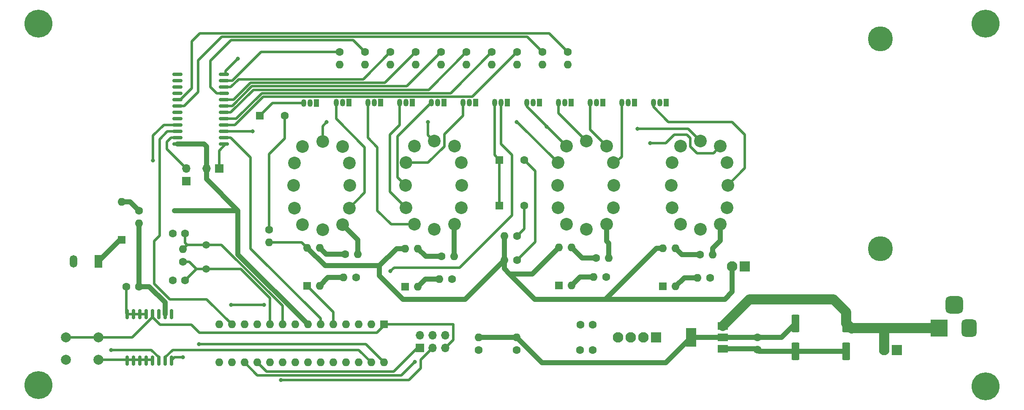
<source format=gbr>
%TF.GenerationSoftware,KiCad,Pcbnew,(6.0.10)*%
%TF.CreationDate,2023-02-17T13:49:40-08:00*%
%TF.ProjectId,nixie_clock,6e697869-655f-4636-9c6f-636b2e6b6963,1.5*%
%TF.SameCoordinates,Original*%
%TF.FileFunction,Copper,L1,Top*%
%TF.FilePolarity,Positive*%
%FSLAX46Y46*%
G04 Gerber Fmt 4.6, Leading zero omitted, Abs format (unit mm)*
G04 Created by KiCad (PCBNEW (6.0.10)) date 2023-02-17 13:49:40*
%MOMM*%
%LPD*%
G01*
G04 APERTURE LIST*
G04 Aperture macros list*
%AMRoundRect*
0 Rectangle with rounded corners*
0 $1 Rounding radius*
0 $2 $3 $4 $5 $6 $7 $8 $9 X,Y pos of 4 corners*
0 Add a 4 corners polygon primitive as box body*
4,1,4,$2,$3,$4,$5,$6,$7,$8,$9,$2,$3,0*
0 Add four circle primitives for the rounded corners*
1,1,$1+$1,$2,$3*
1,1,$1+$1,$4,$5*
1,1,$1+$1,$6,$7*
1,1,$1+$1,$8,$9*
0 Add four rect primitives between the rounded corners*
20,1,$1+$1,$2,$3,$4,$5,0*
20,1,$1+$1,$4,$5,$6,$7,0*
20,1,$1+$1,$6,$7,$8,$9,0*
20,1,$1+$1,$8,$9,$2,$3,0*%
G04 Aperture macros list end*
%TA.AperFunction,SMDPad,CuDef*%
%ADD10R,2.000000X1.500000*%
%TD*%
%TA.AperFunction,SMDPad,CuDef*%
%ADD11R,2.000000X3.800000*%
%TD*%
%TA.AperFunction,ComponentPad*%
%ADD12C,2.000000*%
%TD*%
%TA.AperFunction,ComponentPad*%
%ADD13R,1.050000X1.500000*%
%TD*%
%TA.AperFunction,ComponentPad*%
%ADD14O,1.050000X1.500000*%
%TD*%
%TA.AperFunction,ComponentPad*%
%ADD15C,2.540000*%
%TD*%
%TA.AperFunction,ComponentPad*%
%ADD16R,1.700000X1.700000*%
%TD*%
%TA.AperFunction,ComponentPad*%
%ADD17O,1.700000X1.700000*%
%TD*%
%TA.AperFunction,ComponentPad*%
%ADD18C,1.500000*%
%TD*%
%TA.AperFunction,SMDPad,CuDef*%
%ADD19RoundRect,0.150000X0.875000X0.150000X-0.875000X0.150000X-0.875000X-0.150000X0.875000X-0.150000X0*%
%TD*%
%TA.AperFunction,ComponentPad*%
%ADD20C,1.600000*%
%TD*%
%TA.AperFunction,ComponentPad*%
%ADD21O,1.600000X1.600000*%
%TD*%
%TA.AperFunction,ComponentPad*%
%ADD22R,1.500000X2.500000*%
%TD*%
%TA.AperFunction,ComponentPad*%
%ADD23O,1.500000X2.500000*%
%TD*%
%TA.AperFunction,ComponentPad*%
%ADD24R,2.100000X2.100000*%
%TD*%
%TA.AperFunction,ComponentPad*%
%ADD25C,2.100000*%
%TD*%
%TA.AperFunction,ComponentPad*%
%ADD26R,1.600000X1.600000*%
%TD*%
%TA.AperFunction,ComponentPad*%
%ADD27C,3.600000*%
%TD*%
%TA.AperFunction,ConnectorPad*%
%ADD28C,5.600000*%
%TD*%
%TA.AperFunction,SMDPad,CuDef*%
%ADD29RoundRect,0.250000X-0.550000X1.500000X-0.550000X-1.500000X0.550000X-1.500000X0.550000X1.500000X0*%
%TD*%
%TA.AperFunction,ComponentPad*%
%ADD30C,2.900000*%
%TD*%
%TA.AperFunction,ConnectorPad*%
%ADD31C,5.000000*%
%TD*%
%TA.AperFunction,ComponentPad*%
%ADD32R,3.500000X3.500000*%
%TD*%
%TA.AperFunction,ComponentPad*%
%ADD33RoundRect,0.750000X0.750000X1.000000X-0.750000X1.000000X-0.750000X-1.000000X0.750000X-1.000000X0*%
%TD*%
%TA.AperFunction,ComponentPad*%
%ADD34RoundRect,0.875000X0.875000X0.875000X-0.875000X0.875000X-0.875000X-0.875000X0.875000X-0.875000X0*%
%TD*%
%TA.AperFunction,SMDPad,CuDef*%
%ADD35RoundRect,0.150000X-0.150000X0.875000X-0.150000X-0.875000X0.150000X-0.875000X0.150000X0.875000X0*%
%TD*%
%TA.AperFunction,ViaPad*%
%ADD36C,0.800000*%
%TD*%
%TA.AperFunction,ViaPad*%
%ADD37C,1.000000*%
%TD*%
%TA.AperFunction,Conductor*%
%ADD38C,2.000000*%
%TD*%
%TA.AperFunction,Conductor*%
%ADD39C,1.000000*%
%TD*%
%TA.AperFunction,Conductor*%
%ADD40C,0.500000*%
%TD*%
G04 APERTURE END LIST*
D10*
%TO.P,U4,1,GND*%
%TO.N,GND*%
X193650000Y-124220000D03*
%TO.P,U4,2,VO*%
%TO.N,5_vcc*%
X193650000Y-121920000D03*
D11*
X187350000Y-121920000D03*
D10*
%TO.P,U4,3,VI*%
%TO.N,+12V*%
X193650000Y-119620000D03*
%TD*%
D12*
%TO.P,SW0,1,C*%
%TO.N,GND*%
X68515564Y-126420000D03*
X62015564Y-126420000D03*
%TO.P,SW0,2,D*%
%TO.N,Reset*%
X68515564Y-121920000D03*
X62015564Y-121920000D03*
%TD*%
D13*
%TO.P,QC1,1,E*%
%TO.N,GND*%
X150482671Y-74903210D03*
D14*
%TO.P,QC1,2,B*%
%TO.N,Net-(QC1-Pad2)*%
X149212671Y-74903210D03*
%TO.P,QC1,3,C*%
%TO.N,Net-(NE1-Pad1)*%
X147942671Y-74903210D03*
%TD*%
D15*
%TO.P,Min1,0,0*%
%TO.N,Net-(Hour1-Pad0)*%
X171717914Y-95929763D03*
%TO.P,Min1,1,1*%
%TO.N,Net-(Hour1-Pad1)*%
X162352914Y-99247263D03*
%TO.P,Min1,2,2*%
%TO.N,Net-(Hour1-Pad2)*%
X160670414Y-95929763D03*
%TO.P,Min1,3,3*%
%TO.N,Net-(Hour1-Pad3)*%
X160543414Y-91429763D03*
%TO.P,Min1,4,4*%
%TO.N,Net-(Hour1-Pad4)*%
X160670414Y-86929763D03*
%TO.P,Min1,5,5*%
%TO.N,Net-(Hour1-Pad5)*%
X162352914Y-83612263D03*
%TO.P,Min1,6,6*%
%TO.N,Net-(Hour1-Pad6)*%
X166352914Y-82612263D03*
%TO.P,Min1,7,7*%
%TO.N,Net-(Hour1-Pad7)*%
X170352914Y-83612263D03*
%TO.P,Min1,8,8*%
%TO.N,Net-(Hour1-Pad8)*%
X171717914Y-86929763D03*
%TO.P,Min1,9,9*%
%TO.N,Net-(Hour1-Pad9)*%
X171844914Y-91429763D03*
%TO.P,Min1,A,A*%
%TO.N,Net-(Min1-PadA)*%
X170352914Y-99247263D03*
%TO.P,Min1,LHDP,LHDP*%
%TO.N,unconnected-(Min1-PadLHDP)*%
X166352914Y-100247263D03*
%TD*%
D16*
%TO.P,J5,1,Pin_1*%
%TO.N,GND*%
X86166832Y-90624125D03*
D17*
%TO.P,J5,2,Pin_2*%
%TO.N,Net-(J5-Pad2)*%
X86166832Y-88084125D03*
%TD*%
D18*
%TO.P,Y0,1,1*%
%TO.N,Net-(U1-Pad9)*%
X90147738Y-103380000D03*
%TO.P,Y0,2,2*%
%TO.N,Net-(U1-Pad10)*%
X90147738Y-108260000D03*
%TD*%
D19*
%TO.P,U3,1,LE*%
%TO.N,Net-(J4-Pad1)*%
X93650000Y-83185000D03*
%TO.P,U3,2,A0*%
%TO.N,Net-(U1-Pad6)*%
X93650000Y-81915000D03*
%TO.P,U3,3,A1*%
%TO.N,Net-(U1-Pad11)*%
X93650000Y-80645000D03*
%TO.P,U3,4,Y7*%
%TO.N,Net-(U3-Pad4)*%
X93650000Y-79375000D03*
%TO.P,U3,5,Y6*%
%TO.N,Net-(U3-Pad5)*%
X93650000Y-78105000D03*
%TO.P,U3,6,Y5*%
%TO.N,Net-(U3-Pad6)*%
X93650000Y-76835000D03*
%TO.P,U3,7,Y4*%
%TO.N,Net-(U3-Pad7)*%
X93650000Y-75565000D03*
%TO.P,U3,8,Y3*%
%TO.N,Net-(U3-Pad8)*%
X93650000Y-74295000D03*
%TO.P,U3,9,Y1*%
%TO.N,Net-(U3-Pad9)*%
X93650000Y-73025000D03*
%TO.P,U3,10,Y2*%
%TO.N,Net-(U3-Pad10)*%
X93650000Y-71755000D03*
%TO.P,U3,11,Y0*%
%TO.N,Net-(U3-Pad11)*%
X93650000Y-70485000D03*
%TO.P,U3,12,GND*%
%TO.N,GND*%
X93650000Y-69215000D03*
%TO.P,U3,13,Y13*%
%TO.N,unconnected-(U3-Pad13)*%
X84350000Y-69215000D03*
%TO.P,U3,14,Y12*%
%TO.N,unconnected-(U3-Pad14)*%
X84350000Y-70485000D03*
%TO.P,U3,15,Y15*%
%TO.N,unconnected-(U3-Pad15)*%
X84350000Y-71755000D03*
%TO.P,U3,16,Y14*%
%TO.N,unconnected-(U3-Pad16)*%
X84350000Y-73025000D03*
%TO.P,U3,17,Y9*%
%TO.N,Net-(U3-Pad17)*%
X84350000Y-74295000D03*
%TO.P,U3,18,Y8*%
%TO.N,Net-(U3-Pad18)*%
X84350000Y-75565000D03*
%TO.P,U3,19,Y11*%
%TO.N,unconnected-(U3-Pad19)*%
X84350000Y-76835000D03*
%TO.P,U3,20,Y10*%
%TO.N,unconnected-(U3-Pad20)*%
X84350000Y-78105000D03*
%TO.P,U3,21,A2*%
%TO.N,Net-(U1-Pad12)*%
X84350000Y-79375000D03*
%TO.P,U3,22,A3*%
%TO.N,Net-(U1-Pad13)*%
X84350000Y-80645000D03*
%TO.P,U3,23,E*%
%TO.N,Net-(J5-Pad2)*%
X84350000Y-81915000D03*
%TO.P,U3,24,VCC*%
%TO.N,5_vcc*%
X84350000Y-83185000D03*
%TD*%
D15*
%TO.P,Hour1,0,0*%
%TO.N,Net-(Hour1-Pad0)*%
X118830796Y-96000956D03*
%TO.P,Hour1,1,1*%
%TO.N,Net-(Hour1-Pad1)*%
X109465796Y-99318456D03*
%TO.P,Hour1,2,2*%
%TO.N,Net-(Hour1-Pad2)*%
X107783296Y-96000956D03*
%TO.P,Hour1,3,3*%
%TO.N,Net-(Hour1-Pad3)*%
X107656296Y-91500956D03*
%TO.P,Hour1,4,4*%
%TO.N,Net-(Hour1-Pad4)*%
X107783296Y-87000956D03*
%TO.P,Hour1,5,5*%
%TO.N,Net-(Hour1-Pad5)*%
X109465796Y-83683456D03*
%TO.P,Hour1,6,6*%
%TO.N,Net-(Hour1-Pad6)*%
X113465796Y-82683456D03*
%TO.P,Hour1,7,7*%
%TO.N,Net-(Hour1-Pad7)*%
X117465796Y-83683456D03*
%TO.P,Hour1,8,8*%
%TO.N,Net-(Hour1-Pad8)*%
X118830796Y-87000956D03*
%TO.P,Hour1,9,9*%
%TO.N,Net-(Hour1-Pad9)*%
X118957796Y-91500956D03*
%TO.P,Hour1,A,A*%
%TO.N,Net-(Hour1-PadA)*%
X117465796Y-99318456D03*
%TO.P,Hour1,LHDP,LHDP*%
%TO.N,unconnected-(Hour1-PadLHDP)*%
X113465796Y-100318456D03*
%TD*%
D20*
%TO.P,Rd0,1*%
%TO.N,Net-(NE1-Pad2)*%
X152438074Y-106470400D03*
D21*
%TO.P,Rd0,2*%
%TO.N,170_HV*%
X149898074Y-106470400D03*
%TD*%
D20*
%TO.P,R4,1*%
%TO.N,Net-(U3-Pad7)*%
X137220414Y-64739763D03*
D21*
%TO.P,R4,2*%
%TO.N,Net-(Q4-Pad2)*%
X137220414Y-67279763D03*
%TD*%
D20*
%TO.P,C3,1*%
%TO.N,5_vcc*%
X76640000Y-111760000D03*
%TO.P,C3,2*%
%TO.N,GND*%
X74140000Y-111760000D03*
%TD*%
D22*
%TO.P,C_Bat1,1*%
%TO.N,Net-(C_Bat1-Pad1)*%
X68580000Y-106680000D03*
D23*
%TO.P,C_Bat1,2*%
%TO.N,GND*%
X63580000Y-106680000D03*
%TD*%
D24*
%TO.P,J3,1,Pin_1*%
%TO.N,Net-(J3-Pad1)*%
X180340000Y-121920000D03*
D25*
%TO.P,J3,2,Pin_2*%
%TO.N,GND*%
X177800000Y-121920000D03*
%TO.P,J3,3,Pin_3*%
X175260000Y-121920000D03*
%TO.P,J3,4,Pin_4*%
%TO.N,Net-(U1-Pad25)*%
X172720000Y-121920000D03*
%TD*%
D15*
%TO.P,Min0,0,0*%
%TO.N,Net-(Hour1-Pad0)*%
X194538332Y-95929763D03*
%TO.P,Min0,1,1*%
%TO.N,Net-(Hour1-Pad1)*%
X185173332Y-99247263D03*
%TO.P,Min0,2,2*%
%TO.N,Net-(Hour1-Pad2)*%
X183490832Y-95929763D03*
%TO.P,Min0,3,3*%
%TO.N,Net-(Hour1-Pad3)*%
X183363832Y-91429763D03*
%TO.P,Min0,4,4*%
%TO.N,Net-(Hour1-Pad4)*%
X183490832Y-86929763D03*
%TO.P,Min0,5,5*%
%TO.N,Net-(Hour1-Pad5)*%
X185173332Y-83612263D03*
%TO.P,Min0,6,6*%
%TO.N,Net-(Hour1-Pad6)*%
X189173332Y-82612263D03*
%TO.P,Min0,7,7*%
%TO.N,Net-(Hour1-Pad7)*%
X193173332Y-83612263D03*
%TO.P,Min0,8,8*%
%TO.N,Net-(Hour1-Pad8)*%
X194538332Y-86929763D03*
%TO.P,Min0,9,9*%
%TO.N,Net-(Hour1-Pad9)*%
X194665332Y-91429763D03*
%TO.P,Min0,A,A*%
%TO.N,Net-(Min0-PadA)*%
X193173332Y-99247263D03*
%TO.P,Min0,LHDP,LHDP*%
%TO.N,unconnected-(Min0-PadLHDP)*%
X189173332Y-100247263D03*
%TD*%
D24*
%TO.P,J2,1,Pin_1*%
%TO.N,GND*%
X198095634Y-107733126D03*
D25*
%TO.P,J2,2,Pin_2*%
%TO.N,170_HV*%
X195555634Y-107733126D03*
%TD*%
D26*
%TO.P,D1,1,K*%
%TO.N,Net-(C_Bat1-Pad1)*%
X73236593Y-102414472D03*
D21*
%TO.P,D1,2,A*%
%TO.N,Net-(D1-Pad2)*%
X73236593Y-94794472D03*
%TD*%
D27*
%TO.P,REF\u002A\u002A,1*%
%TO.N,N/C*%
X56500000Y-131500000D03*
D28*
X56500000Y-131500000D03*
%TD*%
D20*
%TO.P,Rd1,1*%
%TO.N,Net-(NE2-Pad2)*%
X152458170Y-101642782D03*
D21*
%TO.P,Rd1,2*%
%TO.N,170_HV*%
X149918170Y-101642782D03*
%TD*%
D20*
%TO.P,R9,1*%
%TO.N,Net-(U3-Pad17)*%
X162620414Y-64739763D03*
D21*
%TO.P,R9,2*%
%TO.N,Net-(Q9-Pad2)*%
X162620414Y-67279763D03*
%TD*%
D13*
%TO.P,Q2,1,E*%
%TO.N,GND*%
X131446238Y-74899763D03*
D14*
%TO.P,Q2,2,B*%
%TO.N,Net-(Q2-Pad2)*%
X130176238Y-74899763D03*
%TO.P,Q2,3,C*%
%TO.N,Net-(Hour1-Pad2)*%
X128906238Y-74899763D03*
%TD*%
D20*
%TO.P,R0,1*%
%TO.N,Net-(U3-Pad11)*%
X116900414Y-64739763D03*
D21*
%TO.P,R0,2*%
%TO.N,Net-(Q0-Pad2)*%
X116900414Y-67279763D03*
%TD*%
D20*
%TO.P,C5,1*%
%TO.N,Net-(J3-Pad1)*%
X165140000Y-119380000D03*
%TO.P,C5,2*%
%TO.N,GND*%
X167640000Y-119380000D03*
%TD*%
%TO.P,R2,1*%
%TO.N,Net-(U3-Pad10)*%
X127060414Y-64739763D03*
D21*
%TO.P,R2,2*%
%TO.N,Net-(Q2-Pad2)*%
X127060414Y-67279763D03*
%TD*%
D26*
%TO.P,UM1,1*%
%TO.N,Net-(U1-Pad3)*%
X160803779Y-111516736D03*
D21*
%TO.P,UM1,2*%
%TO.N,Net-(Rb1-Pad2)*%
X163343779Y-111516736D03*
%TO.P,UM1,3*%
%TO.N,Net-(RM1-Pad1)*%
X163343779Y-103896736D03*
%TO.P,UM1,4*%
%TO.N,170_HV*%
X160803779Y-103896736D03*
%TD*%
D20*
%TO.P,CX1,1*%
%TO.N,Net-(U1-Pad10)*%
X85934104Y-110534304D03*
%TO.P,CX1,2*%
%TO.N,GND*%
X83434104Y-110534304D03*
%TD*%
D26*
%TO.P,NE1,1*%
%TO.N,Net-(NE1-Pad1)*%
X148890414Y-86349763D03*
D20*
%TO.P,NE1,2*%
%TO.N,Net-(NE1-Pad2)*%
X153890414Y-86349763D03*
%TD*%
D16*
%TO.P,J4,1,Pin_1*%
%TO.N,Net-(J4-Pad1)*%
X92721963Y-88084125D03*
D17*
%TO.P,J4,2,Pin_2*%
%TO.N,5_vcc*%
X90181963Y-88084125D03*
%TD*%
D16*
%TO.P,J6,1,Pin_1*%
%TO.N,Net-(J6-Pad1)*%
X132955267Y-124084884D03*
D17*
%TO.P,J6,2,Pin_2*%
%TO.N,5_vcc*%
X132955267Y-121544884D03*
%TO.P,J6,3,Pin_3*%
%TO.N,Net-(J6-Pad3)*%
X135495267Y-124084884D03*
%TO.P,J6,4,Pin_4*%
%TO.N,Net-(J6-Pad4)*%
X135495267Y-121544884D03*
%TO.P,J6,5,Pin_5*%
%TO.N,Reset*%
X138035267Y-124084884D03*
%TO.P,J6,6,Pin_6*%
%TO.N,GND*%
X138035267Y-121544884D03*
%TD*%
D20*
%TO.P,Rd2,1*%
%TO.N,GND*%
X120160247Y-109964681D03*
D21*
%TO.P,Rd2,2*%
%TO.N,Net-(Rd2-Pad2)*%
X117620247Y-109964681D03*
%TD*%
D13*
%TO.P,QPM1,1,E*%
%TO.N,GND*%
X112199964Y-74954145D03*
D14*
%TO.P,QPM1,2,B*%
%TO.N,Net-(QPM1-Pad2)*%
X110929964Y-74954145D03*
%TO.P,QPM1,3,C*%
%TO.N,Net-(NE3-Pad1)*%
X109659964Y-74954145D03*
%TD*%
D20*
%TO.P,RPM1,1*%
%TO.N,Net-(NE3-Pad2)*%
X102749270Y-100346610D03*
D21*
%TO.P,RPM1,2*%
%TO.N,170_HV*%
X102749270Y-102886610D03*
%TD*%
D13*
%TO.P,Q5,1,E*%
%TO.N,GND*%
X156891882Y-74903167D03*
D14*
%TO.P,Q5,2,B*%
%TO.N,Net-(Q5-Pad2)*%
X155621882Y-74903167D03*
%TO.P,Q5,3,C*%
%TO.N,Net-(Hour1-Pad5)*%
X154351882Y-74903167D03*
%TD*%
D26*
%TO.P,UM0,1*%
%TO.N,Net-(U1-Pad2)*%
X181665414Y-111719763D03*
D21*
%TO.P,UM0,2*%
%TO.N,Net-(Ra1-Pad2)*%
X184205414Y-111719763D03*
%TO.P,UM0,3*%
%TO.N,Net-(RM0-Pad1)*%
X184205414Y-104099763D03*
%TO.P,UM0,4*%
%TO.N,170_HV*%
X181665414Y-104099763D03*
%TD*%
D26*
%TO.P,NE2,1*%
%TO.N,Net-(NE1-Pad1)*%
X148897390Y-95502263D03*
D20*
%TO.P,NE2,2*%
%TO.N,Net-(NE2-Pad2)*%
X153897390Y-95502263D03*
%TD*%
D13*
%TO.P,Q9,1,E*%
%TO.N,GND*%
X182291882Y-74903167D03*
D14*
%TO.P,Q9,2,B*%
%TO.N,Net-(Q9-Pad2)*%
X181021882Y-74903167D03*
%TO.P,Q9,3,C*%
%TO.N,Net-(Hour1-Pad9)*%
X179751882Y-74903167D03*
%TD*%
D20*
%TO.P,Rda1,1*%
%TO.N,SDA*%
X152400000Y-124460000D03*
D21*
%TO.P,Rda1,2*%
%TO.N,5_vcc*%
X152400000Y-121920000D03*
%TD*%
D29*
%TO.P,C0,1*%
%TO.N,+12V*%
X218440000Y-119120000D03*
%TO.P,C0,2*%
%TO.N,GND*%
X218440000Y-124720000D03*
%TD*%
D13*
%TO.P,Q4,1,E*%
%TO.N,GND*%
X144146238Y-74899763D03*
D14*
%TO.P,Q4,2,B*%
%TO.N,Net-(Q4-Pad2)*%
X142876238Y-74899763D03*
%TO.P,Q4,3,C*%
%TO.N,Net-(Hour1-Pad4)*%
X141606238Y-74899763D03*
%TD*%
D28*
%TO.P,REF\u002A\u002A,1*%
%TO.N,N/C*%
X56500000Y-59000000D03*
D27*
%TO.N,GND*%
X56500000Y-59000000D03*
%TD*%
D30*
%TO.P,REF\u002A\u002A,1*%
%TO.N,N/C*%
X225235825Y-104140000D03*
D31*
X225235825Y-104140000D03*
%TD*%
D20*
%TO.P,R3,1*%
%TO.N,Net-(U3-Pad8)*%
X132140414Y-64739763D03*
D21*
%TO.P,R3,2*%
%TO.N,Net-(Q3-Pad2)*%
X132140414Y-67279763D03*
%TD*%
D20*
%TO.P,R6,1*%
%TO.N,Net-(U3-Pad5)*%
X147380414Y-64739763D03*
D21*
%TO.P,R6,2*%
%TO.N,Net-(Q6-Pad2)*%
X147380414Y-67279763D03*
%TD*%
D20*
%TO.P,R5,1*%
%TO.N,Net-(U3-Pad6)*%
X142300414Y-64739763D03*
D21*
%TO.P,R5,2*%
%TO.N,Net-(Q5-Pad2)*%
X142300414Y-67279763D03*
%TD*%
D26*
%TO.P,U1,1,~{RESET}/PC6*%
%TO.N,Reset*%
X125780414Y-119359763D03*
D21*
%TO.P,U1,2,PD0*%
%TO.N,Net-(U1-Pad2)*%
X123240414Y-119359763D03*
%TO.P,U1,3,PD1*%
%TO.N,Net-(U1-Pad3)*%
X120700414Y-119359763D03*
%TO.P,U1,4,PD2*%
%TO.N,Net-(U1-Pad4)*%
X118160414Y-119359763D03*
%TO.P,U1,5,PD3*%
%TO.N,Net-(U1-Pad5)*%
X115620414Y-119359763D03*
%TO.P,U1,6,PD4*%
%TO.N,Net-(U1-Pad6)*%
X113080414Y-119359763D03*
%TO.P,U1,7,VCC*%
%TO.N,5_vcc*%
X110540414Y-119359763D03*
%TO.P,U1,8,GND*%
%TO.N,GND*%
X108000414Y-119359763D03*
%TO.P,U1,9,XTAL1/PB6*%
%TO.N,Net-(U1-Pad9)*%
X105460414Y-119359763D03*
%TO.P,U1,10,XTAL2/PB7*%
%TO.N,Net-(U1-Pad10)*%
X102920414Y-119359763D03*
%TO.P,U1,11,PD5*%
%TO.N,Net-(U1-Pad11)*%
X100380414Y-119359763D03*
%TO.P,U1,12,PD6*%
%TO.N,Net-(U1-Pad12)*%
X97840414Y-119359763D03*
%TO.P,U1,13,PD7*%
%TO.N,Net-(U1-Pad13)*%
X95300414Y-119359763D03*
%TO.P,U1,14,PB0*%
%TO.N,Net-(QC1-Pad2)*%
X92760414Y-119359763D03*
%TO.P,U1,15,PB1*%
%TO.N,Net-(QPM1-Pad2)*%
X92760414Y-126979763D03*
%TO.P,U1,16,PB2*%
%TO.N,unconnected-(U1-Pad16)*%
X95300414Y-126979763D03*
%TO.P,U1,17,PB3*%
%TO.N,Net-(J6-Pad4)*%
X97840414Y-126979763D03*
%TO.P,U1,18,PB4*%
%TO.N,Net-(J6-Pad1)*%
X100380414Y-126979763D03*
%TO.P,U1,19,PB5*%
%TO.N,Net-(J6-Pad3)*%
X102920414Y-126979763D03*
%TO.P,U1,20,AVCC*%
%TO.N,5_vcc*%
X105460414Y-126979763D03*
%TO.P,U1,21,AREF*%
%TO.N,unconnected-(U1-Pad21)*%
X108000414Y-126979763D03*
%TO.P,U1,22,GND*%
%TO.N,GND*%
X110540414Y-126979763D03*
%TO.P,U1,23,PC0*%
%TO.N,unconnected-(U1-Pad23)*%
X113080414Y-126979763D03*
%TO.P,U1,24,PC1*%
%TO.N,unconnected-(U1-Pad24)*%
X115620414Y-126979763D03*
%TO.P,U1,25,PC2*%
%TO.N,Net-(U1-Pad25)*%
X118160414Y-126979763D03*
%TO.P,U1,26,PC3*%
%TO.N,Net-(J3-Pad1)*%
X120700414Y-126979763D03*
%TO.P,U1,27,PC4*%
%TO.N,SDA*%
X123240414Y-126979763D03*
%TO.P,U1,28,PC5*%
%TO.N,SCL*%
X125780414Y-126979763D03*
%TD*%
D20*
%TO.P,Rch1,1*%
%TO.N,Net-(D1-Pad2)*%
X76640000Y-96520000D03*
D21*
%TO.P,Rch1,2*%
%TO.N,5_vcc*%
X76640000Y-99060000D03*
%TD*%
D20*
%TO.P,Rc1,1*%
%TO.N,GND*%
X139404516Y-110249303D03*
D21*
%TO.P,Rc1,2*%
%TO.N,Net-(Rc1-Pad2)*%
X136864516Y-110249303D03*
%TD*%
D15*
%TO.P,Hour0,0,0*%
%TO.N,Net-(Hour1-Pad0)*%
X141237914Y-95929763D03*
%TO.P,Hour0,1,1*%
%TO.N,Net-(Hour1-Pad1)*%
X131872914Y-99247263D03*
%TO.P,Hour0,2,2*%
%TO.N,Net-(Hour1-Pad2)*%
X130190414Y-95929763D03*
%TO.P,Hour0,3,3*%
%TO.N,Net-(Hour1-Pad3)*%
X130063414Y-91429763D03*
%TO.P,Hour0,4,4*%
%TO.N,Net-(Hour1-Pad4)*%
X130190414Y-86929763D03*
%TO.P,Hour0,5,5*%
%TO.N,Net-(Hour1-Pad5)*%
X131872914Y-83612263D03*
%TO.P,Hour0,6,6*%
%TO.N,Net-(Hour1-Pad6)*%
X135872914Y-82612263D03*
%TO.P,Hour0,7,7*%
%TO.N,Net-(Hour1-Pad7)*%
X139872914Y-83612263D03*
%TO.P,Hour0,8,8*%
%TO.N,Net-(Hour1-Pad8)*%
X141237914Y-86929763D03*
%TO.P,Hour0,9,9*%
%TO.N,Net-(Hour1-Pad9)*%
X141364914Y-91429763D03*
%TO.P,Hour0,A,A*%
%TO.N,Net-(Hour0-PadA)*%
X139872914Y-99247263D03*
%TO.P,Hour0,LHDP,LHDP*%
%TO.N,unconnected-(Hour0-PadLHDP)*%
X135872914Y-100247263D03*
%TD*%
D20*
%TO.P,R7,1*%
%TO.N,Net-(U3-Pad4)*%
X152460414Y-64739763D03*
D21*
%TO.P,R7,2*%
%TO.N,Net-(Q7-Pad2)*%
X152460414Y-67279763D03*
%TD*%
D20*
%TO.P,R8,1*%
%TO.N,Net-(U3-Pad18)*%
X157540414Y-64739763D03*
D21*
%TO.P,R8,2*%
%TO.N,Net-(Q8-Pad2)*%
X157540414Y-67279763D03*
%TD*%
D27*
%TO.P,REF\u002A\u002A,1*%
%TO.N,N/C*%
X246380000Y-131750000D03*
D28*
X246380000Y-131750000D03*
%TD*%
D13*
%TO.P,Q3,1,E*%
%TO.N,GND*%
X137796238Y-74899763D03*
D14*
%TO.P,Q3,2,B*%
%TO.N,Net-(Q3-Pad2)*%
X136526238Y-74899763D03*
%TO.P,Q3,3,C*%
%TO.N,Net-(Hour1-Pad3)*%
X135256238Y-74899763D03*
%TD*%
D20*
%TO.P,RH0,1*%
%TO.N,Net-(RH0-Pad1)*%
X137314654Y-105729170D03*
D21*
%TO.P,RH0,2*%
%TO.N,Net-(Hour0-PadA)*%
X139854654Y-105729170D03*
%TD*%
D26*
%TO.P,UH0,1*%
%TO.N,Net-(U1-Pad4)*%
X130015414Y-111749763D03*
D21*
%TO.P,UH0,2*%
%TO.N,Net-(Rc1-Pad2)*%
X132555414Y-111749763D03*
%TO.P,UH0,3*%
%TO.N,Net-(RH0-Pad1)*%
X132555414Y-104129763D03*
%TO.P,UH0,4*%
%TO.N,170_HV*%
X130015414Y-104129763D03*
%TD*%
D28*
%TO.P,REF\u002A\u002A,1*%
%TO.N,N/C*%
X246380000Y-59000000D03*
D27*
X246380000Y-59000000D03*
%TD*%
D29*
%TO.P,C1,1*%
%TO.N,5_vcc*%
X208280000Y-119120000D03*
%TO.P,C1,2*%
%TO.N,GND*%
X208280000Y-124720000D03*
%TD*%
D20*
%TO.P,CX0,1*%
%TO.N,Net-(U1-Pad9)*%
X85937995Y-101081412D03*
%TO.P,CX0,2*%
%TO.N,GND*%
X83437995Y-101081412D03*
%TD*%
D13*
%TO.P,Q6,1,E*%
%TO.N,GND*%
X163241882Y-74903167D03*
D14*
%TO.P,Q6,2,B*%
%TO.N,Net-(Q6-Pad2)*%
X161971882Y-74903167D03*
%TO.P,Q6,3,C*%
%TO.N,Net-(Hour1-Pad6)*%
X160701882Y-74903167D03*
%TD*%
D13*
%TO.P,Q8,1,E*%
%TO.N,GND*%
X175941882Y-74903167D03*
D14*
%TO.P,Q8,2,B*%
%TO.N,Net-(Q8-Pad2)*%
X174671882Y-74903167D03*
%TO.P,Q8,3,C*%
%TO.N,Net-(Hour1-Pad8)*%
X173401882Y-74903167D03*
%TD*%
D13*
%TO.P,Q1,1,E*%
%TO.N,GND*%
X125096238Y-74899763D03*
D14*
%TO.P,Q1,2,B*%
%TO.N,Net-(Q1-Pad2)*%
X123826238Y-74899763D03*
%TO.P,Q1,3,C*%
%TO.N,Net-(Hour1-Pad1)*%
X122556238Y-74899763D03*
%TD*%
D20*
%TO.P,R1,1*%
%TO.N,Net-(U3-Pad9)*%
X121980414Y-64739763D03*
D21*
%TO.P,R1,2*%
%TO.N,Net-(Q1-Pad2)*%
X121980414Y-67279763D03*
%TD*%
D20*
%TO.P,Ra1,1*%
%TO.N,GND*%
X191176987Y-109980089D03*
D21*
%TO.P,Ra1,2*%
%TO.N,Net-(Ra1-Pad2)*%
X188636987Y-109980089D03*
%TD*%
D20*
%TO.P,RM1,1*%
%TO.N,Net-(RM1-Pad1)*%
X168269562Y-106018785D03*
D21*
%TO.P,RM1,2*%
%TO.N,Net-(Min1-PadA)*%
X170809562Y-106018785D03*
%TD*%
D20*
%TO.P,Rx1,1*%
%TO.N,Net-(U1-Pad10)*%
X85440968Y-106800509D03*
D21*
%TO.P,Rx1,2*%
%TO.N,Net-(U1-Pad9)*%
X85440968Y-104260509D03*
%TD*%
D30*
%TO.P,REF\u002A\u002A,1*%
%TO.N,N/C*%
X225235825Y-62105302D03*
D31*
X225235825Y-62105302D03*
%TD*%
D26*
%TO.P,NE3,1*%
%TO.N,Net-(NE3-Pad1)*%
X100897945Y-77467146D03*
D20*
%TO.P,NE3,2*%
%TO.N,Net-(NE3-Pad2)*%
X105897945Y-77467146D03*
%TD*%
D32*
%TO.P,J0,1*%
%TO.N,+12V*%
X237068212Y-120123855D03*
D33*
%TO.P,J0,2*%
%TO.N,GND*%
X243068212Y-120123855D03*
D34*
%TO.P,J0,3*%
X240068212Y-115423855D03*
%TD*%
D26*
%TO.P,UH1,1*%
%TO.N,Net-(U1-Pad5)*%
X110374288Y-111601137D03*
D21*
%TO.P,UH1,2*%
%TO.N,Net-(Rd2-Pad2)*%
X112914288Y-111601137D03*
%TO.P,UH1,3*%
%TO.N,Net-(RH1-Pad1)*%
X112914288Y-103981137D03*
%TO.P,UH1,4*%
%TO.N,170_HV*%
X110374288Y-103981137D03*
%TD*%
D20*
%TO.P,Rcl1,1*%
%TO.N,SCL*%
X144780000Y-124460000D03*
D21*
%TO.P,Rcl1,2*%
%TO.N,5_vcc*%
X144780000Y-121920000D03*
%TD*%
D13*
%TO.P,Q7,1,E*%
%TO.N,GND*%
X169591882Y-74903167D03*
D14*
%TO.P,Q7,2,B*%
%TO.N,Net-(Q7-Pad2)*%
X168321882Y-74903167D03*
%TO.P,Q7,3,C*%
%TO.N,Net-(Hour1-Pad7)*%
X167051882Y-74903167D03*
%TD*%
D24*
%TO.P,J1,1,Pin_1*%
%TO.N,GND*%
X228600000Y-124460000D03*
D25*
%TO.P,J1,2,Pin_2*%
%TO.N,+12V*%
X226060000Y-124460000D03*
%TD*%
D35*
%TO.P,U2,1,32KHZ*%
%TO.N,unconnected-(U2-Pad1)*%
X83185000Y-117270000D03*
%TO.P,U2,2,VCC*%
%TO.N,5_vcc*%
X81915000Y-117270000D03*
%TO.P,U2,3,~{INT}/SQW*%
%TO.N,unconnected-(U2-Pad3)*%
X80645000Y-117270000D03*
%TO.P,U2,4,~{RST}*%
%TO.N,Reset*%
X79375000Y-117270000D03*
%TO.P,U2,5,GND*%
%TO.N,GND*%
X78105000Y-117270000D03*
%TO.P,U2,6,GND*%
X76835000Y-117270000D03*
%TO.P,U2,7,GND*%
X75565000Y-117270000D03*
%TO.P,U2,8,GND*%
X74295000Y-117270000D03*
%TO.P,U2,9,GND*%
X74295000Y-126570000D03*
%TO.P,U2,10,GND*%
X75565000Y-126570000D03*
%TO.P,U2,11,GND*%
X76835000Y-126570000D03*
%TO.P,U2,12,GND*%
X78105000Y-126570000D03*
%TO.P,U2,13,GND*%
X79375000Y-126570000D03*
%TO.P,U2,14,VBAT*%
%TO.N,Net-(C_Bat1-Pad1)*%
X80645000Y-126570000D03*
%TO.P,U2,15,SDA*%
%TO.N,SDA*%
X81915000Y-126570000D03*
%TO.P,U2,16,SCL*%
%TO.N,SCL*%
X83185000Y-126570000D03*
%TD*%
D20*
%TO.P,RH1,1*%
%TO.N,Net-(RH1-Pad1)*%
X118019288Y-105261137D03*
D21*
%TO.P,RH1,2*%
%TO.N,Net-(Hour1-PadA)*%
X120559288Y-105261137D03*
%TD*%
D20*
%TO.P,RM0,1*%
%TO.N,Net-(RM0-Pad1)*%
X189145758Y-105379763D03*
D21*
%TO.P,RM0,2*%
%TO.N,Net-(Min0-PadA)*%
X191685758Y-105379763D03*
%TD*%
D20*
%TO.P,Rb1,1*%
%TO.N,GND*%
X170289132Y-109836694D03*
D21*
%TO.P,Rb1,2*%
%TO.N,Net-(Rb1-Pad2)*%
X167749132Y-109836694D03*
%TD*%
D20*
%TO.P,C4,1*%
%TO.N,Net-(U1-Pad25)*%
X165100000Y-124460000D03*
%TO.P,C4,2*%
%TO.N,GND*%
X167600000Y-124460000D03*
%TD*%
%TO.P,C2,1*%
%TO.N,5_vcc*%
X200660000Y-121920000D03*
%TO.P,C2,2*%
%TO.N,GND*%
X200660000Y-124420000D03*
%TD*%
D13*
%TO.P,Q0,1,E*%
%TO.N,GND*%
X118746238Y-74899763D03*
D14*
%TO.P,Q0,2,B*%
%TO.N,Net-(Q0-Pad2)*%
X117476238Y-74899763D03*
%TO.P,Q0,3,C*%
%TO.N,Net-(Hour1-Pad0)*%
X116206238Y-74899763D03*
%TD*%
D36*
%TO.N,GND*%
X96520000Y-66040000D03*
D37*
%TO.N,5_vcc*%
X83820000Y-96520000D03*
D36*
%TO.N,Net-(C_Bat1-Pad1)*%
X71120000Y-124460000D03*
%TO.N,Net-(J6-Pad3)*%
X105121752Y-130502794D03*
%TO.N,Net-(J6-Pad4)*%
X131959129Y-126829114D03*
%TO.N,Net-(QC1-Pad2)*%
X95085495Y-115399543D03*
X101766688Y-115402836D03*
X127085101Y-108670006D03*
%TO.N,SCL*%
X85459724Y-125941342D03*
X88719538Y-123259632D03*
%TO.N,Net-(U1-Pad11)*%
X99447618Y-80654808D03*
%TO.N,Net-(U1-Pad12)*%
X79500000Y-86500000D03*
%TO.N,Net-(Hour1-Pad4)*%
X152400000Y-78740000D03*
%TO.N,Net-(Hour1-Pad5)*%
X158407006Y-79667006D03*
%TO.N,Net-(Hour1-Pad7)*%
X179103626Y-83001422D03*
%TO.N,Net-(Hour1-Pad6)*%
X114300000Y-78740000D03*
X134620000Y-78740000D03*
X176608927Y-80154655D03*
%TD*%
D38*
%TO.N,+12V*%
X219474732Y-120124790D02*
X219459761Y-120139761D01*
X226060000Y-120394735D02*
X225789120Y-120123855D01*
X218440000Y-119120000D02*
X218440000Y-116840000D01*
X225789120Y-120123855D02*
X225788185Y-120124790D01*
X218440000Y-116840000D02*
X215900000Y-114300000D01*
X215900000Y-114300000D02*
X198970000Y-114300000D01*
X219459761Y-120139761D02*
X218440000Y-119120000D01*
X226060000Y-124460000D02*
X226060000Y-120394735D01*
X225788185Y-120124790D02*
X219474732Y-120124790D01*
X198970000Y-114300000D02*
X193650000Y-119620000D01*
X237068212Y-120123855D02*
X225789120Y-120123855D01*
D39*
%TO.N,GND*%
X200960000Y-124720000D02*
X200660000Y-124420000D01*
D40*
X94040000Y-69215000D02*
X94040000Y-68520000D01*
X74140000Y-111760000D02*
X74140000Y-117115000D01*
X79225000Y-126420000D02*
X79375000Y-126570000D01*
D39*
X208280000Y-124720000D02*
X200960000Y-124720000D01*
D40*
X68515564Y-126420000D02*
X79225000Y-126420000D01*
X78105000Y-117270000D02*
X74295000Y-117270000D01*
D39*
X208280000Y-124720000D02*
X218440000Y-124720000D01*
D40*
X74140000Y-117115000D02*
X74295000Y-117270000D01*
D39*
X200460000Y-124220000D02*
X200660000Y-124420000D01*
X193650000Y-124220000D02*
X200460000Y-124220000D01*
D40*
X94040000Y-68520000D02*
X96520000Y-66040000D01*
D39*
%TO.N,5_vcc*%
X90181963Y-83681963D02*
X89685000Y-83185000D01*
X193650000Y-121920000D02*
X187350000Y-121920000D01*
X96520000Y-96520000D02*
X90181963Y-90181963D01*
X81915000Y-117270000D02*
X81915000Y-114935000D01*
X90181963Y-90181963D02*
X90181963Y-88084125D01*
X200660000Y-121920000D02*
X205480000Y-121920000D01*
X81915000Y-114935000D02*
X78740000Y-111760000D01*
X110540414Y-119359763D02*
X96520000Y-105339349D01*
X152400000Y-121920000D02*
X144780000Y-121920000D01*
X200660000Y-121920000D02*
X193650000Y-121920000D01*
X90181963Y-88084125D02*
X90181963Y-83681963D01*
X96520000Y-105339349D02*
X96520000Y-96520000D01*
X89685000Y-83185000D02*
X84350000Y-83185000D01*
X96520000Y-96520000D02*
X83820000Y-96520000D01*
X157480000Y-127000000D02*
X152400000Y-121920000D01*
X76640000Y-99060000D02*
X76640000Y-111760000D01*
X205480000Y-121920000D02*
X208280000Y-119120000D01*
X187350000Y-121920000D02*
X182270000Y-127000000D01*
X78740000Y-111760000D02*
X76640000Y-111760000D01*
X182270000Y-127000000D02*
X157480000Y-127000000D01*
D40*
%TO.N,Net-(U1-Pad9)*%
X86321477Y-103380000D02*
X85440968Y-104260509D01*
X93217148Y-103380000D02*
X105460414Y-115623265D01*
X90147738Y-103380000D02*
X93217148Y-103380000D01*
X105460414Y-115623265D02*
X105460414Y-119359763D01*
X90147738Y-103380000D02*
X86321477Y-103380000D01*
X85937995Y-102996518D02*
X86321477Y-103380000D01*
X85937995Y-101081412D02*
X85937995Y-102996518D01*
%TO.N,Net-(U1-Pad10)*%
X88208408Y-108260000D02*
X85934104Y-110534304D01*
X102920414Y-119359763D02*
X102920414Y-114073215D01*
X97107198Y-108260000D02*
X90147738Y-108260000D01*
X85440968Y-106800509D02*
X86748917Y-106800509D01*
X102920414Y-114073215D02*
X97107198Y-108260000D01*
X86748917Y-106800509D02*
X88208408Y-108260000D01*
X90147738Y-108260000D02*
X88208408Y-108260000D01*
%TO.N,Net-(C_Bat1-Pad1)*%
X80645000Y-126570000D02*
X80645000Y-125966472D01*
X80645000Y-125966472D02*
X79138528Y-124460000D01*
X79138528Y-124460000D02*
X71120000Y-124460000D01*
D39*
X73236593Y-102414472D02*
X72845528Y-102414472D01*
X72845528Y-102414472D02*
X68580000Y-106680000D01*
%TO.N,Net-(D1-Pad2)*%
X73236593Y-94794472D02*
X74914472Y-94794472D01*
X74914472Y-94794472D02*
X76640000Y-96520000D01*
%TO.N,170_HV*%
X180380237Y-104099763D02*
X170180000Y-114300000D01*
D40*
X109279761Y-102886610D02*
X110374288Y-103981137D01*
D39*
X149918170Y-106450304D02*
X149898074Y-106470400D01*
X149898074Y-108168839D02*
X149898074Y-106470400D01*
X160803779Y-103896736D02*
X155480515Y-109220000D01*
X110374288Y-103981137D02*
X113973426Y-107580275D01*
X150949235Y-109220000D02*
X149898074Y-108168839D01*
X195555634Y-112813126D02*
X194068760Y-114300000D01*
X142068474Y-114300000D02*
X149898074Y-106470400D01*
D40*
X102749270Y-102886610D02*
X109279761Y-102886610D01*
D39*
X128280456Y-104129763D02*
X130015414Y-104129763D01*
X181665414Y-104099763D02*
X180380237Y-104099763D01*
X156029235Y-114300000D02*
X150949235Y-109220000D01*
X149918170Y-101642782D02*
X149918170Y-106450304D01*
X195555634Y-107733126D02*
X195555634Y-112813126D01*
X124829944Y-109564293D02*
X129565651Y-114300000D01*
X113973426Y-107580275D02*
X124829944Y-107580275D01*
X155480515Y-109220000D02*
X150949235Y-109220000D01*
X129565651Y-114300000D02*
X142068474Y-114300000D01*
X124829944Y-107580275D02*
X124829944Y-109564293D01*
X170180000Y-114300000D02*
X194068760Y-114300000D01*
X170180000Y-114300000D02*
X156029235Y-114300000D01*
X124829944Y-107580275D02*
X128280456Y-104129763D01*
D40*
%TO.N,Net-(J4-Pad1)*%
X92721963Y-88084125D02*
X92721963Y-84503037D01*
X92721963Y-84503037D02*
X94040000Y-83185000D01*
%TO.N,Net-(J5-Pad2)*%
X83085000Y-81915000D02*
X84350000Y-81915000D01*
X86166832Y-88084125D02*
X82250000Y-84167293D01*
X82250000Y-84167293D02*
X82250000Y-82750000D01*
X82250000Y-82750000D02*
X83085000Y-81915000D01*
%TO.N,Net-(J6-Pad1)*%
X102240651Y-128840000D02*
X127700000Y-128840000D01*
X100380414Y-126979763D02*
X102240651Y-128840000D01*
X132455116Y-124084884D02*
X132955267Y-124084884D01*
X127700000Y-128840000D02*
X132455116Y-124084884D01*
%TO.N,Net-(J6-Pad3)*%
X133155328Y-128114563D02*
X133155328Y-126424823D01*
X105121752Y-130502794D02*
X130767097Y-130502794D01*
X130767097Y-130502794D02*
X133155328Y-128114563D01*
X133155328Y-126424823D02*
X135495267Y-124084884D01*
%TO.N,Net-(J6-Pad4)*%
X129248243Y-129540000D02*
X131959129Y-126829114D01*
X100400651Y-129540000D02*
X97840414Y-126979763D01*
X100400651Y-129540000D02*
X129248243Y-129540000D01*
%TO.N,Reset*%
X75328528Y-121920000D02*
X68515564Y-121920000D01*
X88811391Y-121038480D02*
X88792635Y-121019724D01*
X80881472Y-119380000D02*
X87152911Y-119380000D01*
X139679763Y-119359763D02*
X139700000Y-119380000D01*
X88792635Y-121019724D02*
X87152911Y-119380000D01*
X138035267Y-124084884D02*
X139700000Y-122420151D01*
X124353515Y-121038480D02*
X88811391Y-121038480D01*
X125780414Y-119611581D02*
X124353515Y-121038480D01*
X125780414Y-119359763D02*
X139679763Y-119359763D01*
X75328528Y-121920000D02*
X79375000Y-117873528D01*
X79375000Y-117873528D02*
X79375000Y-117270000D01*
X68515564Y-121920000D02*
X62015564Y-121920000D01*
X139700000Y-122420151D02*
X139700000Y-119380000D01*
X80881472Y-119380000D02*
X79375000Y-117873528D01*
X125780414Y-119359763D02*
X125780414Y-119611581D01*
D39*
%TO.N,Net-(Min1-PadA)*%
X170809562Y-106018785D02*
X170809562Y-103059562D01*
X170352914Y-102602914D02*
X170352914Y-99247263D01*
X170809562Y-103059562D02*
X170352914Y-102602914D01*
D40*
%TO.N,Net-(NE1-Pad1)*%
X148890414Y-86349763D02*
X148890414Y-95495287D01*
X147942671Y-74903210D02*
X147942671Y-85402020D01*
X147942671Y-85402020D02*
X148890414Y-86349763D01*
X148890414Y-95495287D02*
X148897390Y-95502263D01*
%TO.N,Net-(NE1-Pad2)*%
X156088900Y-102819574D02*
X156088900Y-88548249D01*
X152438074Y-106470400D02*
X156088900Y-102819574D01*
X156088900Y-88548249D02*
X153890414Y-86349763D01*
%TO.N,Net-(NE2-Pad2)*%
X153897390Y-95502263D02*
X153897390Y-100203562D01*
X153897390Y-100203562D02*
X152458170Y-101642782D01*
%TO.N,Net-(NE3-Pad1)*%
X109659964Y-74954145D02*
X103410946Y-74954145D01*
X103410946Y-74954145D02*
X100897945Y-77467146D01*
%TO.N,Net-(NE3-Pad2)*%
X102749270Y-85210730D02*
X102749270Y-100346610D01*
X105897945Y-82062055D02*
X102749270Y-85210730D01*
X105897945Y-77467146D02*
X105897945Y-82062055D01*
%TO.N,Net-(QC1-Pad2)*%
X149212671Y-83168207D02*
X151451948Y-85407484D01*
X101763395Y-115399543D02*
X95085495Y-115399543D01*
X140967088Y-107952912D02*
X151451948Y-97468052D01*
X151451948Y-85407484D02*
X151451948Y-97468052D01*
X127802195Y-107952912D02*
X140967088Y-107952912D01*
X127802195Y-107952912D02*
X127085101Y-108670006D01*
X101766688Y-115402836D02*
X101763395Y-115399543D01*
X149212671Y-74903210D02*
X149212671Y-83168207D01*
%TO.N,Net-(U3-Pad11)*%
X101095287Y-64739763D02*
X95350050Y-70485000D01*
X95350050Y-70485000D02*
X94040000Y-70485000D01*
X116900414Y-64739763D02*
X101095287Y-64739763D01*
%TO.N,Net-(U3-Pad9)*%
X95120000Y-62360000D02*
X91000000Y-66480000D01*
X119600651Y-62360000D02*
X95120000Y-62360000D01*
X91000000Y-71750000D02*
X92275000Y-73025000D01*
X92275000Y-73025000D02*
X93650000Y-73025000D01*
X121980414Y-64739763D02*
X119600651Y-62360000D01*
X91000000Y-66480000D02*
X91000000Y-71750000D01*
%TO.N,Net-(U3-Pad10)*%
X127060414Y-64739763D02*
X121600414Y-70199763D01*
X121600414Y-70199763D02*
X96625237Y-70199763D01*
X96625237Y-70199763D02*
X95070000Y-71755000D01*
X95070000Y-71755000D02*
X94040000Y-71755000D01*
%TO.N,Net-(U3-Pad8)*%
X99025337Y-70899763D02*
X95630100Y-74295000D01*
X132140414Y-64739763D02*
X125980414Y-70899763D01*
X95630100Y-74295000D02*
X94040000Y-74295000D01*
X125980414Y-70899763D02*
X99025337Y-70899763D01*
%TO.N,Net-(U3-Pad7)*%
X95350050Y-75565000D02*
X94040000Y-75565000D01*
X137220414Y-64739763D02*
X130360414Y-71599763D01*
X130360414Y-71599763D02*
X99315287Y-71599763D01*
X99315287Y-71599763D02*
X95350050Y-75565000D01*
%TO.N,Net-(U3-Pad6)*%
X142300414Y-64739763D02*
X134740414Y-72299763D01*
X99605237Y-72299763D02*
X95070000Y-76835000D01*
X134740414Y-72299763D02*
X99605237Y-72299763D01*
X95070000Y-76835000D02*
X94040000Y-76835000D01*
%TO.N,Net-(U3-Pad5)*%
X147380414Y-64739763D02*
X139120414Y-72999763D01*
X101270287Y-72999763D02*
X96165050Y-78105000D01*
X139120414Y-72999763D02*
X101270287Y-72999763D01*
X96165050Y-78105000D02*
X94040000Y-78105000D01*
%TO.N,Net-(U3-Pad4)*%
X143500414Y-73699763D02*
X101560237Y-73699763D01*
X101560237Y-73699763D02*
X95885000Y-79375000D01*
X152460414Y-64739763D02*
X143500414Y-73699763D01*
X95885000Y-79375000D02*
X94040000Y-79375000D01*
%TO.N,Net-(U3-Pad18)*%
X88500000Y-66440000D02*
X88500000Y-72750000D01*
X88500000Y-72750000D02*
X85685000Y-75565000D01*
X93280000Y-61660000D02*
X88500000Y-66440000D01*
X157540414Y-64739763D02*
X154460651Y-61660000D01*
X154460651Y-61660000D02*
X93280000Y-61660000D01*
X85685000Y-75565000D02*
X84350000Y-75565000D01*
%TO.N,Net-(U3-Pad17)*%
X87290000Y-71958528D02*
X84953528Y-74295000D01*
X84953528Y-74295000D02*
X84350000Y-74295000D01*
X162620414Y-64739763D02*
X158840651Y-60960000D01*
X158840651Y-60960000D02*
X88900000Y-60960000D01*
X88900000Y-60960000D02*
X87290000Y-62570000D01*
X87290000Y-62570000D02*
X87290000Y-71958528D01*
D39*
%TO.N,Net-(Ra1-Pad2)*%
X185945088Y-109980089D02*
X184205414Y-111719763D01*
X188636987Y-109980089D02*
X185945088Y-109980089D01*
%TO.N,Net-(Rb1-Pad2)*%
X167749132Y-109836694D02*
X165023821Y-109836694D01*
X165023821Y-109836694D02*
X163343779Y-111516736D01*
%TO.N,Net-(Rc1-Pad2)*%
X136864516Y-110249303D02*
X134055874Y-110249303D01*
X134055874Y-110249303D02*
X132555414Y-111749763D01*
D40*
%TO.N,SCL*%
X88757050Y-123297144D02*
X122097795Y-123297144D01*
X83813658Y-125941342D02*
X83185000Y-126570000D01*
X125780414Y-126979763D02*
X122097795Y-123297144D01*
X88757050Y-123297144D02*
X88719538Y-123259632D01*
X85459724Y-125941342D02*
X83813658Y-125941342D01*
D39*
%TO.N,Net-(Rd2-Pad2)*%
X114550744Y-109964681D02*
X112914288Y-111601137D01*
X117620247Y-109964681D02*
X114550744Y-109964681D01*
D40*
%TO.N,SDA*%
X120720651Y-124460000D02*
X83421472Y-124460000D01*
X81915000Y-125966472D02*
X81915000Y-126570000D01*
X123240414Y-126979763D02*
X120720651Y-124460000D01*
X83421472Y-124460000D02*
X81915000Y-125966472D01*
D39*
%TO.N,Net-(RH0-Pad1)*%
X134154821Y-105729170D02*
X132555414Y-104129763D01*
X137314654Y-105729170D02*
X134154821Y-105729170D01*
%TO.N,Net-(Hour1-PadA)*%
X120559288Y-105261137D02*
X120559288Y-102411948D01*
X120559288Y-102411948D02*
X117465796Y-99318456D01*
%TO.N,Net-(RH1-Pad1)*%
X118019288Y-105261137D02*
X114194288Y-105261137D01*
X114194288Y-105261137D02*
X112914288Y-103981137D01*
%TO.N,Net-(RM0-Pad1)*%
X185485414Y-105379763D02*
X184205414Y-104099763D01*
X189145758Y-105379763D02*
X185485414Y-105379763D01*
%TO.N,Net-(RM1-Pad1)*%
X165465828Y-106018785D02*
X163343779Y-103896736D01*
X168269562Y-106018785D02*
X165465828Y-106018785D01*
D40*
%TO.N,Net-(U1-Pad5)*%
X115620414Y-116847263D02*
X110374288Y-111601137D01*
X115620414Y-119359763D02*
X115620414Y-116847263D01*
%TO.N,Net-(U1-Pad6)*%
X95070000Y-81915000D02*
X94040000Y-81915000D01*
X99060000Y-104140000D02*
X99060000Y-85905000D01*
X113080414Y-118160414D02*
X99060000Y-104140000D01*
X113080414Y-119359763D02*
X113080414Y-118160414D01*
X99060000Y-85905000D02*
X95070000Y-81915000D01*
%TO.N,Net-(U1-Pad11)*%
X99447618Y-80654808D02*
X99437810Y-80645000D01*
X99437810Y-80645000D02*
X94040000Y-80645000D01*
%TO.N,Net-(U1-Pad12)*%
X79500000Y-86500000D02*
X79500000Y-81500000D01*
X79500000Y-81500000D02*
X81625000Y-79375000D01*
X81625000Y-79375000D02*
X84350000Y-79375000D01*
%TO.N,Net-(U1-Pad13)*%
X80801728Y-101543733D02*
X80801728Y-82198272D01*
X90240651Y-114300000D02*
X82844702Y-114300000D01*
X79701713Y-102643748D02*
X80801728Y-101543733D01*
X95300414Y-119359763D02*
X90240651Y-114300000D01*
X79701713Y-111157011D02*
X79701713Y-102643748D01*
X80801728Y-82198272D02*
X82355000Y-80645000D01*
X82355000Y-80645000D02*
X84350000Y-80645000D01*
X82844702Y-114300000D02*
X79701713Y-111157011D01*
%TO.N,Net-(Hour1-Pad1)*%
X124460000Y-96520000D02*
X127187263Y-99247263D01*
X122556238Y-81916238D02*
X124460000Y-83820000D01*
X127187263Y-99247263D02*
X131872914Y-99247263D01*
X124460000Y-83820000D02*
X124460000Y-96520000D01*
X122556238Y-74899763D02*
X122556238Y-81916238D01*
%TO.N,Net-(Hour1-Pad2)*%
X128906238Y-79373762D02*
X127000000Y-81280000D01*
X128906238Y-74899763D02*
X128906238Y-79373762D01*
X127000000Y-92739349D02*
X130190414Y-95929763D01*
X127000000Y-81280000D02*
X127000000Y-92739349D01*
%TO.N,Net-(Hour1-Pad3)*%
X128470414Y-81685587D02*
X128470414Y-89836763D01*
X135256238Y-74899763D02*
X128470414Y-81685587D01*
X128470414Y-89836763D02*
X130063414Y-91429763D01*
%TO.N,Net-(Hour1-Pad4)*%
X134589624Y-86929763D02*
X137878738Y-83640649D01*
X137878738Y-81198493D02*
X141606238Y-77470993D01*
X152480651Y-78740000D02*
X160670414Y-86929763D01*
X152400000Y-78740000D02*
X152480651Y-78740000D01*
X141606238Y-77470993D02*
X141606238Y-74899763D01*
X137878738Y-83640649D02*
X137878738Y-81198493D01*
X130190414Y-86929763D02*
X134589624Y-86929763D01*
%TO.N,Net-(Hour1-Pad5)*%
X154351882Y-75611231D02*
X162352914Y-83612263D01*
X154351882Y-74903167D02*
X154351882Y-75611231D01*
%TO.N,Net-(Hour1-Pad7)*%
X186478343Y-81291379D02*
X187192830Y-82005866D01*
X187192830Y-82005866D02*
X187192830Y-83692830D01*
X185420000Y-81291379D02*
X186478343Y-81291379D01*
X187192830Y-83692830D02*
X188500000Y-85000000D01*
X188500000Y-85000000D02*
X191785595Y-85000000D01*
X191785595Y-85000000D02*
X193173332Y-83612263D01*
X167051882Y-80311231D02*
X170352914Y-83612263D01*
X179103626Y-83001422D02*
X182235834Y-83001422D01*
X182235834Y-83001422D02*
X183957256Y-81280000D01*
X183957256Y-81280000D02*
X185420000Y-81280000D01*
X185420000Y-81280000D02*
X185420000Y-81291379D01*
X167051882Y-74903167D02*
X167051882Y-80311231D01*
D39*
%TO.N,Net-(Min0-PadA)*%
X193173332Y-102576668D02*
X193173332Y-99247263D01*
X191685758Y-105379763D02*
X191685758Y-104064242D01*
X191685758Y-104064242D02*
X193173332Y-102576668D01*
D40*
%TO.N,Net-(Hour1-Pad0)*%
X121920000Y-92911752D02*
X118830796Y-96000956D01*
X116206238Y-78106238D02*
X121920000Y-83820000D01*
X121920000Y-83820000D02*
X121920000Y-92911752D01*
X116206238Y-74899763D02*
X116206238Y-78106238D01*
%TO.N,Net-(Hour1-Pad8)*%
X173401882Y-85678118D02*
X172150237Y-86929763D01*
X172150237Y-86929763D02*
X171717914Y-86929763D01*
X173401882Y-74903167D02*
X173401882Y-85678118D01*
%TO.N,Net-(Hour1-Pad9)*%
X198120000Y-81280000D02*
X198120000Y-87975095D01*
X195580000Y-78740000D02*
X198120000Y-81280000D01*
X198120000Y-87975095D02*
X194665332Y-91429763D01*
X179751882Y-74903167D02*
X179751882Y-75703167D01*
X179751882Y-75703167D02*
X182788715Y-78740000D01*
X182788715Y-78740000D02*
X195580000Y-78740000D01*
%TO.N,Net-(Hour1-Pad6)*%
X160701882Y-74903167D02*
X160701882Y-76961231D01*
X176608927Y-80154655D02*
X186715724Y-80154655D01*
X134620000Y-81359349D02*
X135872914Y-82612263D01*
X160701882Y-76961231D02*
X166352914Y-82612263D01*
X113465796Y-82683456D02*
X113465796Y-79574204D01*
X113465796Y-79574204D02*
X114300000Y-78740000D01*
X134620000Y-78740000D02*
X134620000Y-81359349D01*
X186715724Y-80154655D02*
X189173332Y-82612263D01*
D39*
%TO.N,Net-(Hour0-PadA)*%
X139854654Y-99265523D02*
X139872914Y-99247263D01*
X139854654Y-105729170D02*
X139854654Y-99265523D01*
%TD*%
M02*

</source>
